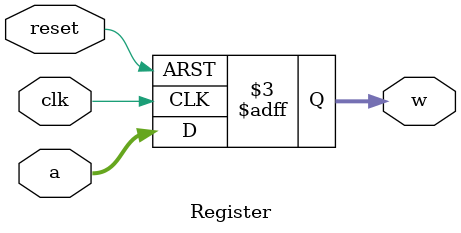
<source format=v>
module Register(a, clk, reset, w);
  input [31:0] a;
  input clk, reset;
  output reg [31:0] w;
  always @(posedge clk, posedge reset)
  begin
    if(reset == 1'b1)
      w <= 32'b0;
    else
      w <= a;
    end
  endmodule
</source>
